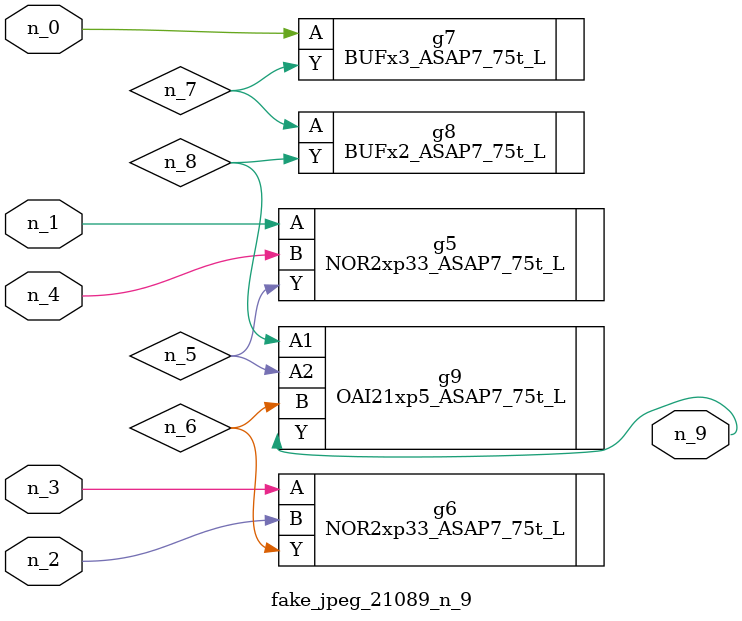
<source format=v>
module fake_jpeg_21089_n_9 (n_3, n_2, n_1, n_0, n_4, n_9);

input n_3;
input n_2;
input n_1;
input n_0;
input n_4;

output n_9;

wire n_8;
wire n_6;
wire n_5;
wire n_7;

NOR2xp33_ASAP7_75t_L g5 ( 
.A(n_1),
.B(n_4),
.Y(n_5)
);

NOR2xp33_ASAP7_75t_L g6 ( 
.A(n_3),
.B(n_2),
.Y(n_6)
);

BUFx3_ASAP7_75t_L g7 ( 
.A(n_0),
.Y(n_7)
);

BUFx2_ASAP7_75t_L g8 ( 
.A(n_7),
.Y(n_8)
);

OAI21xp5_ASAP7_75t_L g9 ( 
.A1(n_8),
.A2(n_5),
.B(n_6),
.Y(n_9)
);


endmodule
</source>
